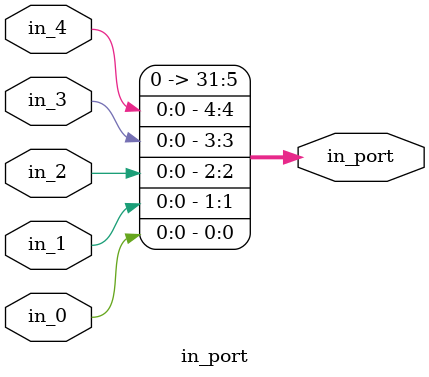
<source format=v>
module in_port(in_4, in_3, in_2, in_1, in_0,
					in_port);
	// 接受按键输入，将 5bit < 32bit 输入端口转换为 32 位

	input 				in_4, in_3, in_2, in_1, in_0;


	output 	[31:0]		in_port;
	

	// 5bit (*****) ==> 32 bit (00...0000*****)
	assign in_port = {27'b0, in_4, in_3, in_2, in_1, in_0};


endmodule

</source>
